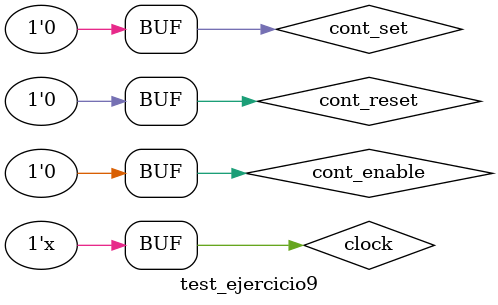
<source format=v>
`timescale 1ns / 1ps


module test_ejercicio9;

	// Inputs
	reg cont_enable;
	reg cont_reset;
	reg cont_set;
	reg clock;

	// Outputs
	wire [7:0] cont_out;
	wire [7:0] cont_nout;

	// Instantiate the Unit Under Test (UUT)
	ejercicio_9 uut (
		.cont_enable(cont_enable), 
		.cont_reset(cont_reset), 
		.cont_set(cont_set), 
		.cont_out(cont_out), 
		.cont_nout(cont_nout), 
		.clock(clock)
	);

	initial begin
		// Initialize Inputs
		cont_enable = 0;
		cont_reset = 0;
		cont_set = 0;
		clock = 0;

		// Wait 100 ns for global reset to finish
		#10000;
        
		// Add stimulus here

	end
	
	always #10
	clock = ~clock;
      
endmodule


</source>
